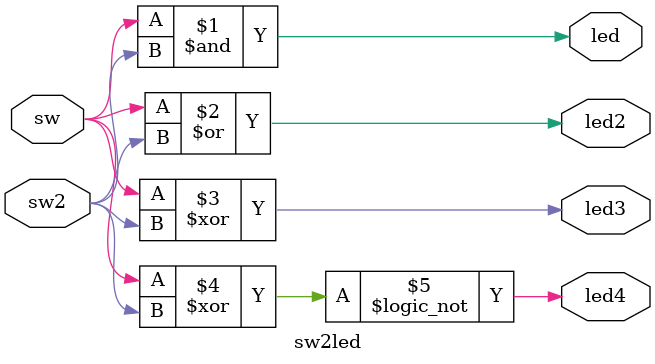
<source format=v>
`timescale 1ns / 1ps


module sw2led(
    input sw,
    input sw2,
    output led,
    output led2,
    output led3,
    output led4
    );
    assign led = sw & sw2;
    assign led2 = sw | sw2;
    assign led3 = sw ^ sw2;
    assign led4 = !(sw ^ sw2);
endmodule

</source>
